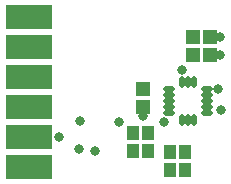
<source format=gts>
G04 Layer_Color=20142*
%FSLAX25Y25*%
%MOIN*%
G70*
G01*
G75*
%ADD23R,0.15800X0.08400*%
%ADD24R,0.04540X0.04934*%
%ADD25O,0.03950X0.01784*%
%ADD26O,0.01784X0.03950*%
%ADD27R,0.04934X0.04540*%
%ADD28R,0.03950X0.04540*%
%ADD29C,0.03200*%
D23*
X112500Y447500D02*
D03*
Y457500D02*
D03*
Y467500D02*
D03*
Y477500D02*
D03*
Y437500D02*
D03*
Y427500D02*
D03*
D24*
X167146Y471000D02*
D03*
X172854D02*
D03*
X167146Y465000D02*
D03*
X172854D02*
D03*
D25*
X159201Y453437D02*
D03*
Y451469D02*
D03*
Y449500D02*
D03*
Y447532D02*
D03*
Y445563D02*
D03*
X171799D02*
D03*
Y447532D02*
D03*
Y449500D02*
D03*
Y451469D02*
D03*
Y453437D02*
D03*
D26*
X163531Y443201D02*
D03*
X165500D02*
D03*
X167469D02*
D03*
Y455799D02*
D03*
X165500D02*
D03*
X163531D02*
D03*
D27*
X150500Y453354D02*
D03*
Y447646D02*
D03*
D28*
X164559Y426500D02*
D03*
X159441D02*
D03*
X164559Y432500D02*
D03*
X159441D02*
D03*
X152059Y439000D02*
D03*
X146941D02*
D03*
X152059Y433000D02*
D03*
X146941D02*
D03*
D29*
X142500Y442500D02*
D03*
X134500Y433000D02*
D03*
X129000Y433500D02*
D03*
X129500Y443000D02*
D03*
X122500Y437500D02*
D03*
X176000Y471000D02*
D03*
Y465000D02*
D03*
X150500Y444500D02*
D03*
X157500Y442500D02*
D03*
X163500Y460000D02*
D03*
X175500Y453500D02*
D03*
X176500Y446500D02*
D03*
M02*

</source>
